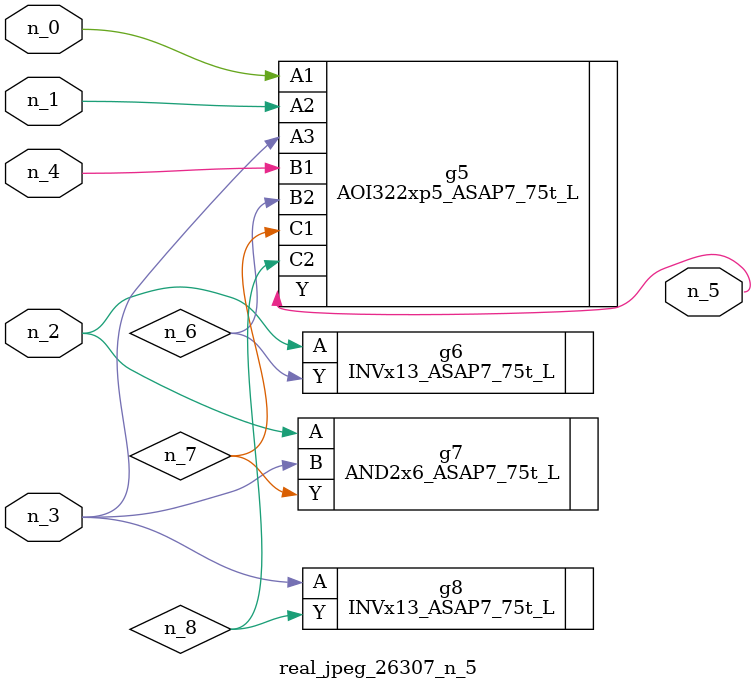
<source format=v>
module real_jpeg_26307_n_5 (n_4, n_0, n_1, n_2, n_3, n_5);

input n_4;
input n_0;
input n_1;
input n_2;
input n_3;

output n_5;

wire n_8;
wire n_6;
wire n_7;

AOI322xp5_ASAP7_75t_L g5 ( 
.A1(n_0),
.A2(n_1),
.A3(n_3),
.B1(n_4),
.B2(n_6),
.C1(n_7),
.C2(n_8),
.Y(n_5)
);

INVx13_ASAP7_75t_L g6 ( 
.A(n_2),
.Y(n_6)
);

AND2x6_ASAP7_75t_L g7 ( 
.A(n_2),
.B(n_3),
.Y(n_7)
);

INVx13_ASAP7_75t_L g8 ( 
.A(n_3),
.Y(n_8)
);


endmodule
</source>
